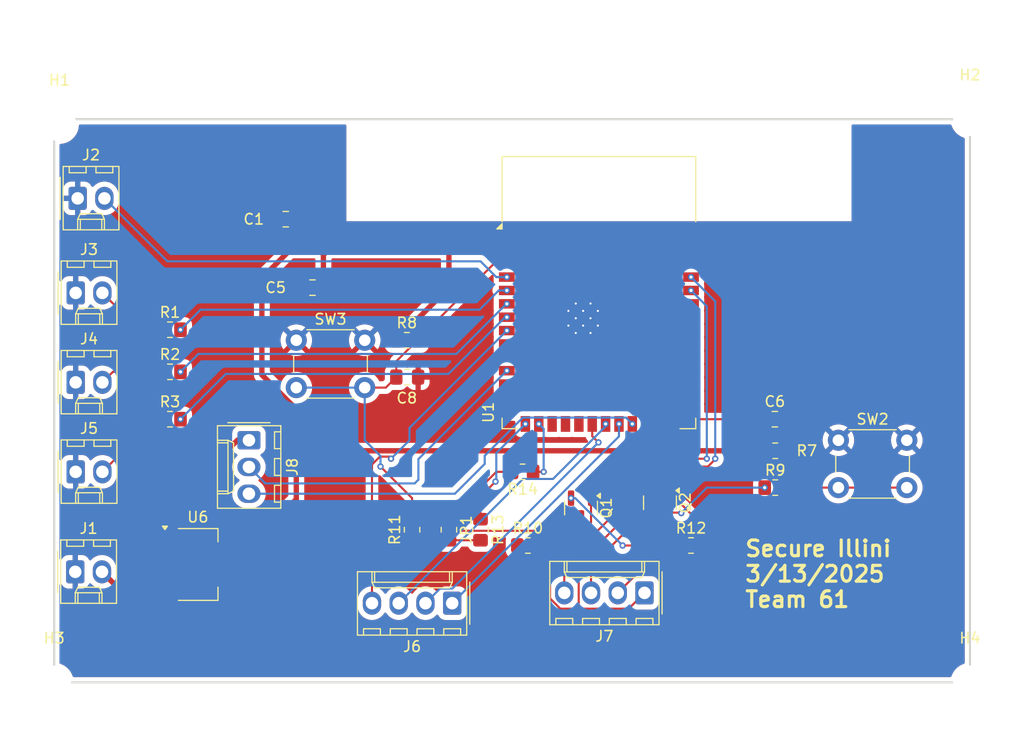
<source format=kicad_pcb>
(kicad_pcb (version 20240108) (generator "pcbnew") (generator_version "8.0")
  (layers (0 "F.Cu" signal) (31 "B.Cu" signal) (34 "B.Paste" user) (35 "F.Paste" user) (36 "B.SilkS" user "B.Silkscreen") (37 "F.SilkS" user "F.Silkscreen") (38 "B.Mask" user) (39 "F.Mask" user) (44 "Edge.Cuts" user))
  (net 0 "")
  (net 1 "+3.3V")
  (net 2 "GND")
  (net 3 "/GPIO0_STRAPPING")
  (net 4 "/5V")
  (net 5 "/CHIP_PU")
  (net 6 "Net-(J2-Pin_2)")
  (net 7 "Net-(J3-Pin_2)")
  (net 8 "Net-(J4-Pin_2)")
  (net 9 "Net-(J5-Pin_2)")
  (net 10 "Net-(J6-Pin_1)")
  (net 11 "Net-(J6-Pin_2)")
  (net 12 "Net-(J6-Pin_4)")
  (net 13 "Net-(J6-Pin_3)")
  (net 14 "/D-")
  (net 15 "/D+")
  (net 16 "Net-(JP1-C)")
  (net 17 "/RTS")
  (net 18 "Net-(Q1-C)")
  (net 19 "Net-(Q1-B)")
  (net 20 "/DTR")
  (net 21 "Net-(Q2-C)")
  (net 22 "Net-(Q2-B)")
  (net 23 "Net-(U1-IO5)")
  (net 24 "Net-(U1-IO6)")
  (net 25 "Net-(U1-IO7)")
  (net 26 "/SDA")
  (net 27 "/SCL")
  (net 28 "/GPIO3_STRAPPING")
  (net 29 "/GPIO46_STRAPPING")
  (net 35 "/RX")
  (net 37 "/TX")
  (footprint "Resistor_SMD:R_0805_2012Metric_Pad1.20x1.40mm_HandSolder" (layer "F.Cu") (at 125.5 75.5)
    (property "Reference" "R7" (at 3 0 0) (layer "F.SilkS"))
    (property "Value" "100k")
    (pad "1" smd roundrect (at -1 0) (size 1.2 1.4) (layers "F.Cu" "F.Paste" "F.Mask") (roundrect_rratio 0.208333) (net 1 "+3.3V"))
    (pad "2" smd roundrect (at 1 0) (size 1.2 1.4) (layers "F.Cu" "F.Paste" "F.Mask") (roundrect_rratio 0.208333) (net 3 "/GPIO0_STRAPPING"))
  )
  (footprint "MountingHole:MountingHole_3.2mm_M3" (layer "F.Cu") (at 57.5 44.5)
    (property "Reference" "H1" (at 0 -4.2 0) (layer "F.SilkS"))
    (property "Value" "MountingHole")
    (pad "" np_thru_hole circle (at 0 0) (size 3.2 3.2) (drill 3.2) (layers "*.Cu" "*.Mask"))
  )
  (footprint "Capacitor_SMD:C_0805_2012Metric_Pad1.18x1.45mm_HandSolder" (layer "F.Cu") (at 90.5375 68.5)
    (property "Reference" "C8" (at -0.0375 2 0) (layer "F.SilkS"))
    (property "Value" "1u")
    (pad "1" smd roundrect (at -1.0375 0) (size 1.175 1.45) (layers "F.Cu" "F.Paste" "F.Mask") (roundrect_rratio 0.212766) (net 5 "/CHIP_PU"))
    (pad "2" smd roundrect (at 1.0375 0) (size 1.175 1.45) (layers "F.Cu" "F.Paste" "F.Mask") (roundrect_rratio 0.212766) (net 2 "GND"))
  )
  (footprint "Package_TO_SOT_SMD:SOT-23" (layer "F.Cu") (at 107.05 80.9375 -90)
    (property "Reference" "Q1" (at 0 -2.4 90) (layer "F.SilkS"))
    (property "Value" "SS8050")
    (pad "1" smd roundrect (at -0.9375 -0.95 270) (size 1.475 0.6) (layers "F.Cu" "F.Paste" "F.Mask") (net 19 "Net-(Q1-B)"))
    (pad "2" smd roundrect (at -0.9375 0.95 270) (size 1.475 0.6) (layers "F.Cu" "F.Paste" "F.Mask") (net 17 "/RTS"))
    (pad "3" smd roundrect (at 0.9375 0 270) (size 1.475 0.6) (layers "F.Cu" "F.Paste" "F.Mask") (net 18 "Net-(Q1-C)"))
  )
  (footprint "Resistor_SMD:R_0805_2012Metric_Pad1.20x1.40mm_HandSolder" (layer "F.Cu") (at 94.5 83 -90)
    (property "Reference" "JP1" (at 0 -1.65 -90) (layer "F.SilkS"))
    (property "Value" "SolderJumper_3_Open")
    (pad "1" smd roundrect (at -1 0 270) (size 1.2 1.4) (layers "F.Cu" "F.Paste" "F.Mask") (roundrect_rratio 0.208333) (net 1 "+3.3V"))
    (pad "2" smd roundrect (at 1 0 270) (size 1.2 1.4) (layers "F.Cu" "F.Paste" "F.Mask") (roundrect_rratio 0.208333) (net 16 "Net-(JP1-C)"))
  )
  (footprint "Connector_Molex:Molex_KK-254_AE-6410-02A_1x02_P2.54mm_Vertical" (layer "F.Cu") (at 59.04 77.5)
    (property "Reference" "J5" (at 1.27 -4.12 0) (layer "F.SilkS"))
    (property "Value" "LED3")
    (pad "1" thru_hole roundrect (at 0 0) (size 1.74 2.19) (drill 1.19) (layers "*.Cu" "*.Mask") (roundrect_rratio 0.143678) (net 2 "GND"))
    (pad "2" thru_hole oval (at 2.54 0) (size 1.74 2.19) (drill 1.19) (layers "*.Cu" "*.Mask") (net 9 "Net-(J5-Pin_2)"))
  )
  (footprint "Package_TO_SOT_SMD:SOT-23" (layer "F.Cu") (at 114.55 80.4375 -90)
    (property "Reference" "Q2" (at 0 -2.4 90) (layer "F.SilkS"))
    (property "Value" "SS8050")
    (pad "1" smd roundrect (at -0.9375 -0.95 270) (size 1.475 0.6) (layers "F.Cu" "F.Paste" "F.Mask") (net 22 "Net-(Q2-B)"))
    (pad "2" smd roundrect (at -0.9375 0.95 270) (size 1.475 0.6) (layers "F.Cu" "F.Paste" "F.Mask") (net 20 "/DTR"))
    (pad "3" smd roundrect (at 0.9375 0 270) (size 1.475 0.6) (layers "F.Cu" "F.Paste" "F.Mask") (net 21 "Net-(Q2-C)"))
  )
  (footprint "MountingHole:MountingHole_3.2mm_M3" (layer "F.Cu") (at 144 97.5)
    (property "Reference" "H4" (at 0 -4.2 0) (layer "F.SilkS"))
    (property "Value" "MountingHole")
    (pad "" np_thru_hole circle (at 0 0) (size 3.2 3.2) (drill 3.2) (layers "*.Cu" "*.Mask"))
  )
  (footprint "Connector_Molex:Molex_KK-254_AE-6410-02A_1x02_P2.54mm_Vertical" (layer "F.Cu") (at 59 87)
    (property "Reference" "J1" (at 1.27 -4.12 0) (layer "F.SilkS"))
    (property "Value" "Battery")
    (pad "1" thru_hole roundrect (at 0 0) (size 1.74 2.19) (drill 1.19) (layers "*.Cu" "*.Mask") (roundrect_rratio 0.143678) (net 2 "GND"))
    (pad "2" thru_hole oval (at 2.54 0) (size 1.74 2.19) (drill 1.19) (layers "*.Cu" "*.Mask") (net 4 "/5V"))
  )
  (footprint "Connector_Molex:Molex_KK-254_AE-6410-02A_1x02_P2.54mm_Vertical" (layer "F.Cu") (at 59.04 60.5)
    (property "Reference" "J3" (at 1.27 -4.12 0) (layer "F.SilkS"))
    (property "Value" "LED1")
    (pad "1" thru_hole roundrect (at 0 0) (size 1.74 2.19) (drill 1.19) (layers "*.Cu" "*.Mask") (roundrect_rratio 0.143678) (net 2 "GND"))
    (pad "2" thru_hole oval (at 2.54 0) (size 1.74 2.19) (drill 1.19) (layers "*.Cu" "*.Mask") (net 7 "Net-(J3-Pin_2)"))
  )
  (footprint "Resistor_SMD:R_0805_2012Metric_Pad1.20x1.40mm_HandSolder" (layer "F.Cu") (at 101.5 77.5 180)
    (property "Reference" "R14" (at 0 -1.65 0) (layer "F.SilkS"))
    (property "Value" "DNP")
    (pad "1" smd roundrect (at -1 0 180) (size 1.2 1.4) (layers "F.Cu" "F.Paste" "F.Mask") (roundrect_rratio 0.208333) (net 29 "/GPIO46_STRAPPING"))
    (pad "2" smd roundrect (at 1 0 180) (size 1.2 1.4) (layers "F.Cu" "F.Paste" "F.Mask") (roundrect_rratio 0.208333) (net 1 "+3.3V"))
  )
  (footprint "Button_Switch_THT:SW_PUSH_6mm" (layer "F.Cu") (at 131.5 74.5)
    (property "Reference" "SW2" (at 3.25 -2 0) (layer "F.SilkS"))
    (property "Value" "SW_Push")
    (pad "1" thru_hole circle (at 0 0 90) (size 2 2) (drill 1.1) (layers "*.Cu" "*.Mask") (net 2 "GND"))
    (pad "1" thru_hole circle (at 6.5 0 90) (size 2 2) (drill 1.1) (layers "*.Cu" "*.Mask") (net 2 "GND"))
    (pad "2" thru_hole circle (at 0 4.5 90) (size 2 2) (drill 1.1) (layers "*.Cu" "*.Mask") (net 3 "/GPIO0_STRAPPING"))
    (pad "2" thru_hole circle (at 6.5 4.5 90) (size 2 2) (drill 1.1) (layers "*.Cu" "*.Mask") (net 3 "/GPIO0_STRAPPING"))
  )
  (footprint "RF_Module:ESP32-S3-WROOM-1" (layer "F.Cu") (at 108.75 60.45)
    (property "Reference" "U1" (at -10.5 11.4 90) (layer "F.SilkS"))
    (property "Value" "ESP32-S3-WROOM-1")
    (pad "1" smd rect (at -8.75 -5.26) (size 1.5 0.9) (layers "F.Cu" "F.Paste" "F.Mask") (net 2 "GND"))
    (pad "2" smd rect (at -8.75 -3.99) (size 1.5 0.9) (layers "F.Cu" "F.Paste" "F.Mask") (net 1 "+3.3V"))
    (pad "3" smd rect (at -8.75 -2.72) (size 1.5 0.9) (layers "F.Cu" "F.Paste" "F.Mask") (net 5 "/CHIP_PU"))
    (pad "4" smd rect (at -8.75 -1.45) (size 1.5 0.9) (layers "F.Cu" "F.Paste" "F.Mask") (net 6 "Net-(J2-Pin_2)"))
    (pad "5" smd rect (at -8.75 -0.18) (size 1.5 0.9) (layers "F.Cu" "F.Paste" "F.Mask") (net 23 "Net-(U1-IO5)"))
    (pad "6" smd rect (at -8.75 1.09) (size 1.5 0.9) (layers "F.Cu" "F.Paste" "F.Mask") (net 24 "Net-(U1-IO6)"))
    (pad "7" smd rect (at -8.75 2.36) (size 1.5 0.9) (layers "F.Cu" "F.Paste" "F.Mask") (net 25 "Net-(U1-IO7)"))
    (pad "8" smd rect (at -8.75 3.63) (size 1.5 0.9) (layers "F.Cu" "F.Paste" "F.Mask") (net 12 "Net-(J6-Pin_4)"))
    (pad "9" smd rect (at -8.75 4.9) (size 1.5 0.9) (layers "F.Cu" "F.Paste" "F.Mask"))
    (pad "10" smd rect (at -8.75 6.17) (size 1.5 0.9) (layers "F.Cu" "F.Paste" "F.Mask"))
    (pad "11" smd rect (at -8.75 7.44) (size 1.5 0.9) (layers "F.Cu" "F.Paste" "F.Mask") (net 27 "/SCL"))
    (pad "12" smd rect (at -8.75 8.71) (size 1.5 0.9) (layers "F.Cu" "F.Paste" "F.Mask"))
    (pad "13" smd rect (at -8.75 9.98) (size 1.5 0.9) (layers "F.Cu" "F.Paste" "F.Mask") (net 14 "/D-"))
    (pad "14" smd rect (at -8.75 11.25 180) (size 1.5 0.9) (layers "F.Cu" "F.Paste" "F.Mask") (net 15 "/D+"))
    (pad "15" smd rect (at -6.985 12.5 270) (size 1.5 0.9) (layers "F.Cu" "F.Paste" "F.Mask") (net 28 "/GPIO3_STRAPPING"))
    (pad "16" smd rect (at -5.715 12.5 270) (size 1.5 0.9) (layers "F.Cu" "F.Paste" "F.Mask") (net 29 "/GPIO46_STRAPPING"))
    (pad "17" smd rect (at -4.445 12.5 270) (size 1.5 0.9) (layers "F.Cu" "F.Paste" "F.Mask"))
    (pad "18" smd rect (at -3.175 12.5 270) (size 1.5 0.9) (layers "F.Cu" "F.Paste" "F.Mask"))
    (pad "19" smd rect (at -1.905 12.5 270) (size 1.5 0.9) (layers "F.Cu" "F.Paste" "F.Mask"))
    (pad "20" smd rect (at -0.635 12.5 270) (size 1.5 0.9) (layers "F.Cu" "F.Paste" "F.Mask") (net 11 "Net-(J6-Pin_2)"))
    (pad "21" smd rect (at 0.635 12.5 270) (size 1.5 0.9) (layers "F.Cu" "F.Paste" "F.Mask") (net 13 "Net-(J6-Pin_3)"))
    (pad "22" smd rect (at 1.905 12.5 270) (size 1.5 0.9) (layers "F.Cu" "F.Paste" "F.Mask") (net 10 "Net-(J6-Pin_1)"))
    (pad "23" smd rect (at 3.175 12.5 270) (size 1.5 0.9) (layers "F.Cu" "F.Paste" "F.Mask") (net 26 "/SDA"))
    (pad "24" smd rect (at 4.445 12.5 270) (size 1.5 0.9) (layers "F.Cu" "F.Paste" "F.Mask"))
    (pad "25" smd rect (at 5.715 12.5 270) (size 1.5 0.9) (layers "F.Cu" "F.Paste" "F.Mask"))
    (pad "26" smd rect (at 6.985 12.5 270) (size 1.5 0.9) (layers "F.Cu" "F.Paste" "F.Mask"))
    (pad "27" smd rect (at 8.75 11.25) (size 1.5 0.9) (layers "F.Cu" "F.Paste" "F.Mask") (net 3 "/GPIO0_STRAPPING"))
    (pad "28" smd rect (at 8.75 9.98) (size 1.5 0.9) (layers "F.Cu" "F.Paste" "F.Mask"))
    (pad "29" smd rect (at 8.75 8.71) (size 1.5 0.9) (layers "F.Cu" "F.Paste" "F.Mask"))
    (pad "30" smd rect (at 8.75 7.44) (size 1.5 0.9) (layers "F.Cu" "F.Paste" "F.Mask"))
    (pad "31" smd rect (at 8.75 6.17) (size 1.5 0.9) (layers "F.Cu" "F.Paste" "F.Mask"))
    (pad "32" smd rect (at 8.75 4.9) (size 1.5 0.9) (layers "F.Cu" "F.Paste" "F.Mask"))
    (pad "33" smd rect (at 8.75 3.63) (size 1.5 0.9) (layers "F.Cu" "F.Paste" "F.Mask"))
    (pad "34" smd rect (at 8.75 2.36) (size 1.5 0.9) (layers "F.Cu" "F.Paste" "F.Mask"))
    (pad "35" smd rect (at 8.75 1.09) (size 1.5 0.9) (layers "F.Cu" "F.Paste" "F.Mask"))
    (pad "36" smd rect (at 8.75 -0.18) (size 1.5 0.9) (layers "F.Cu" "F.Paste" "F.Mask") (net 35 "/RX"))
    (pad "37" smd rect (at 8.75 -1.45) (size 1.5 0.9) (layers "F.Cu" "F.Paste" "F.Mask") (net 37 "/TX"))
    (pad "38" smd rect (at 8.75 -2.72) (size 1.5 0.9) (layers "F.Cu" "F.Paste" "F.Mask"))
    (pad "39" smd rect (at 8.75 -3.99) (size 1.5 0.9) (layers "F.Cu" "F.Paste" "F.Mask"))
    (pad "40" smd rect (at 8.75 -5.26) (size 1.5 0.9) (layers "F.Cu" "F.Paste" "F.Mask") (net 2 "GND"))
    (pad "41" thru_hole circle (at -2.9 1.76 90) (size 0.6 0.6) (drill 0.2) (property pad_prop_heatsink) (layers "*.Cu" "F.Mask") (net 2 "GND"))
    (pad "41" thru_hole circle (at -2.9 3.16) (size 0.6 0.6) (drill 0.2) (property pad_prop_heatsink) (layers "*.Cu" "F.Mask") (net 2 "GND"))
    (pad "41" thru_hole circle (at -2.2 1.06) (size 0.6 0.6) (drill 0.2) (property pad_prop_heatsink) (layers "*.Cu" "F.Mask") (net 2 "GND"))
    (pad "41" thru_hole circle (at -2.2 2.46) (size 0.6 0.6) (drill 0.2) (property pad_prop_heatsink) (layers "*.Cu" "F.Mask") (net 2 "GND"))
    (pad "41" thru_hole circle (at -2.2 3.86) (size 0.6 0.6) (drill 0.2) (property pad_prop_heatsink) (layers "*.Cu" "F.Mask") (net 2 "GND"))
    (pad "41" thru_hole circle (at -1.5 1.76) (size 0.6 0.6) (drill 0.2) (property pad_prop_heatsink) (layers "*.Cu" "F.Mask") (net 2 "GND"))
    (pad "41" smd rect (at -1.5 2.46 270) (size 3.9 3.9) (property pad_prop_heatsink) (layers "F.Cu" "F.Mask") (net 2 "GND"))
    (pad "41" thru_hole circle (at -1.5 3.16) (size 0.6 0.6) (drill 0.2) (property pad_prop_heatsink) (layers "*.Cu" "F.Mask") (net 2 "GND"))
    (pad "41" thru_hole circle (at -0.8 1.06) (size 0.6 0.6) (drill 0.2) (property pad_prop_heatsink) (layers "*.Cu" "F.Mask") (net 2 "GND"))
    (pad "41" thru_hole circle (at -0.8 2.46) (size 0.6 0.6) (drill 0.2) (property pad_prop_heatsink) (layers "*.Cu" "F.Mask") (net 2 "GND"))
    (pad "41" thru_hole circle (at -0.8 3.86) (size 0.6 0.6) (drill 0.2) (property pad_prop_heatsink) (layers "*.Cu" "F.Mask") (net 2 "GND"))
    (pad "41" thru_hole circle (at -0.1 1.76) (size 0.6 0.6) (drill 0.2) (property pad_prop_heatsink) (layers "*.Cu" "F.Mask") (net 2 "GND"))
    (pad "41" thru_hole circle (at -0.1 3.16) (size 0.6 0.6) (drill 0.2) (property pad_prop_heatsink) (layers "*.Cu" "F.Mask") (net 2 "GND"))
    (zone (net 0) (net_name "") (layers "F&B.Cu") (connect_pads (clearance 0)) (min_thickness 0.254)
      (keepout (tracks not_allowed) (vias not_allowed) (pads not_allowed) (copperpour not_allowed) (footprints not_allowed))
      (fill (thermal_gap 0.508) (thermal_bridge_width 0.508))
      (polygon (pts (xy 84.75 53.7) (xy 132.75 53.7) (xy 132.75 32.7) (xy 84.75 32.7)))
    )
  )
  (footprint "Resistor_SMD:R_0805_2012Metric_Pad1.20x1.40mm_HandSolder" (layer "F.Cu") (at 68 72.5)
    (property "Reference" "R3" (at 0 -1.65 0) (layer "F.SilkS"))
    (property "Value" "330")
    (pad "1" smd roundrect (at -1 0) (size 1.2 1.4) (layers "F.Cu" "F.Paste" "F.Mask") (roundrect_rratio 0.208333) (net 9 "Net-(J5-Pin_2)"))
    (pad "2" smd roundrect (at 1 0) (size 1.2 1.4) (layers "F.Cu" "F.Paste" "F.Mask") (roundrect_rratio 0.208333) (net 25 "Net-(U1-IO7)"))
  )
  (footprint "Resistor_SMD:R_0805_2012Metric_Pad1.20x1.40mm_HandSolder" (layer "F.Cu") (at 125.5 79)
    (property "Reference" "R9" (at 0 -1.65 0) (layer "F.SilkS"))
    (property "Value" "10k")
    (pad "1" smd roundrect (at -1 0) (size 1.2 1.4) (layers "F.Cu" "F.Paste" "F.Mask") (roundrect_rratio 0.208333) (net 21 "Net-(Q2-C)"))
    (pad "2" smd roundrect (at 1 0) (size 1.2 1.4) (layers "F.Cu" "F.Paste" "F.Mask") (roundrect_rratio 0.208333) (net 3 "/GPIO0_STRAPPING"))
  )
  (footprint "Resistor_SMD:R_0805_2012Metric_Pad1.20x1.40mm_HandSolder" (layer "F.Cu") (at 102 84.5)
    (property "Reference" "R10" (at 0 -1.65 0) (layer "F.SilkS"))
    (property "Value" "10k")
    (pad "1" smd roundrect (at -1 0) (size 1.2 1.4) (layers "F.Cu" "F.Paste" "F.Mask") (roundrect_rratio 0.208333) (net 20 "/DTR"))
    (pad "2" smd roundrect (at 1 0) (size 1.2 1.4) (layers "F.Cu" "F.Paste" "F.Mask") (roundrect_rratio 0.208333) (net 19 "Net-(Q1-B)"))
  )
  (footprint "Connector_Molex:Molex_KK-254_AE-6410-04A_1x04_P2.54mm_Vertical" (layer "F.Cu") (at 113.08 89 180)
    (property "Reference" "J7" (at 3.81 -4.12 0) (layer "F.SilkS"))
    (property "Value" "Conn_01x04")
    (pad "1" thru_hole roundrect (at 0 0 180) (size 1.74 2.19) (drill 1.19) (layers "*.Cu" "*.Mask") (roundrect_rratio 0.143678) (net 20 "/DTR"))
    (pad "2" thru_hole oval (at 2.54 0 180) (size 1.74 2.19) (drill 1.19) (layers "*.Cu" "*.Mask") (net 17 "/RTS"))
    (pad "3" thru_hole oval (at 5.08 0 180) (size 1.74 2.19) (drill 1.19) (layers "*.Cu" "*.Mask") (net 37 "/TX"))
    (pad "4" thru_hole oval (at 7.62 0 180) (size 1.74 2.19) (drill 1.19) (layers "*.Cu" "*.Mask") (net 35 "/RX"))
  )
  (footprint "Resistor_SMD:R_0805_2012Metric_Pad1.20x1.40mm_HandSolder" (layer "F.Cu") (at 91 83 90)
    (property "Reference" "R11" (at 0 -1.65 90) (layer "F.SilkS"))
    (property "Value" "10k")
    (pad "1" smd roundrect (at -1 0 90) (size 1.2 1.4) (layers "F.Cu" "F.Paste" "F.Mask") (roundrect_rratio 0.208333) (net 18 "Net-(Q1-C)"))
    (pad "2" smd roundrect (at 1 0 90) (size 1.2 1.4) (layers "F.Cu" "F.Paste" "F.Mask") (roundrect_rratio 0.208333) (net 5 "/CHIP_PU"))
  )
  (footprint "Connector_Molex:Molex_KK-254_AE-6410-02A_1x02_P2.54mm_Vertical" (layer "F.Cu") (at 59.04 69)
    (property "Reference" "J4" (at 1.27 -4.12 0) (layer "F.SilkS"))
    (property "Value" "LED2")
    (pad "1" thru_hole roundrect (at 0 0) (size 1.74 2.19) (drill 1.19) (layers "*.Cu" "*.Mask") (roundrect_rratio 0.143678) (net 2 "GND"))
    (pad "2" thru_hole oval (at 2.54 0) (size 1.74 2.19) (drill 1.19) (layers "*.Cu" "*.Mask") (net 8 "Net-(J4-Pin_2)"))
  )
  (footprint "MountingHole:MountingHole_3.2mm_M3" (layer "F.Cu") (at 57 97.5)
    (property "Reference" "H3" (at 0 -4.2 0) (layer "F.SilkS"))
    (property "Value" "MountingHole")
    (pad "" np_thru_hole circle (at 0 0) (size 3.2 3.2) (drill 3.2) (layers "*.Cu" "*.Mask"))
  )
  (footprint "Connector_Molex:Molex_KK-254_AE-6410-02A_1x02_P2.54mm_Vertical" (layer "F.Cu") (at 59.23 51.52)
    (property "Reference" "J2" (at 1.27 -4.12 0) (layer "F.SilkS"))
    (property "Value" "Siren")
    (pad "1" thru_hole roundrect (at 0 0) (size 1.74 2.19) (drill 1.19) (layers "*.Cu" "*.Mask") (roundrect_rratio 0.143678) (net 2 "GND"))
    (pad "2" thru_hole oval (at 2.54 0) (size 1.74 2.19) (drill 1.19) (layers "*.Cu" "*.Mask") (net 6 "Net-(J2-Pin_2)"))
  )
  (footprint "Resistor_SMD:R_0805_2012Metric_Pad1.20x1.40mm_HandSolder" (layer "F.Cu") (at 117.5 84.5)
    (property "Reference" "R12" (at 0 -1.65 0) (layer "F.SilkS"))
    (property "Value" "10k")
    (pad "1" smd roundrect (at -1 0) (size 1.2 1.4) (layers "F.Cu" "F.Paste" "F.Mask") (roundrect_rratio 0.208333) (net 17 "/RTS"))
    (pad "2" smd roundrect (at 1 0) (size 1.2 1.4) (layers "F.Cu" "F.Paste" "F.Mask") (roundrect_rratio 0.208333) (net 22 "Net-(Q2-B)"))
  )
  (footprint "Resistor_SMD:R_0805_2012Metric_Pad1.20x1.40mm_HandSolder" (layer "F.Cu") (at 90.5 65)
    (property "Reference" "R8" (at 0 -1.65 0) (layer "F.SilkS"))
    (property "Value" "100k")
    (pad "1" smd roundrect (at -1 0) (size 1.2 1.4) (layers "F.Cu" "F.Paste" "F.Mask") (roundrect_rratio 0.208333) (net 1 "+3.3V"))
    (pad "2" smd roundrect (at 1 0) (size 1.2 1.4) (layers "F.Cu" "F.Paste" "F.Mask") (roundrect_rratio 0.208333) (net 5 "/CHIP_PU"))
  )
  (footprint "Connector_Molex:Molex_KK-254_AE-6410-03A_1x03_P2.54mm_Vertical" (layer "F.Cu") (at 75.5 74.5 -90)
    (property "Reference" "J8" (at 2.54 -4.12 90) (layer "F.SilkS"))
    (property "Value" "MPU")
    (pad "1" thru_hole roundrect (at 0 0 270) (size 1.74 2.19) (drill 1.19) (layers "*.Cu" "*.Mask") (roundrect_rratio 0.143678) (net 4 "/5V"))
    (pad "2" thru_hole oval (at 2.54 0 270) (size 1.74 2.19) (drill 1.19) (layers "*.Cu" "*.Mask") (net 27 "/SCL"))
    (pad "3" thru_hole oval (at 5.08 0 270) (size 1.74 2.19) (drill 1.19) (layers "*.Cu" "*.Mask") (net 26 "/SDA"))
  )
  (footprint "Capacitor_SMD:C_0805_2012Metric_Pad1.18x1.45mm_HandSolder" (layer "F.Cu") (at 79 53.5)
    (property "Reference" "C1" (at -3.0375 0 0) (layer "F.SilkS"))
    (property "Value" "10uF")
    (pad "1" smd roundrect (at -1.0375 0) (size 1.175 1.45) (layers "F.Cu" "F.Paste" "F.Mask") (roundrect_rratio 0.212766) (net 2 "GND"))
    (pad "2" smd roundrect (at 1.0375 0) (size 1.175 1.45) (layers "F.Cu" "F.Paste" "F.Mask") (roundrect_rratio 0.212766) (net 1 "+3.3V"))
  )
  (footprint "Package_TO_SOT_SMD:SOT-223-3_TabPin2" (layer "F.Cu") (at 70.65 86.3)
    (property "Reference" "U6" (at 0 -4.5 0) (layer "F.SilkS"))
    (property "Value" "LM1117MP-3.3")
    (pad "1" smd roundrect (at -3.15 -2.3) (size 2 1.5) (layers "F.Cu" "F.Paste" "F.Mask") (net 2 "GND"))
    (pad "2" smd roundrect (at -3.15 0) (size 2 1.5) (layers "F.Cu" "F.Paste" "F.Mask") (net 1 "+3.3V"))
    (pad "2" smd roundrect (at 3.15 0) (size 2 3.8) (layers "F.Cu" "F.Paste" "F.Mask") (net 1 "+3.3V"))
    (pad "3" smd roundrect (at -3.15 2.3) (size 2 1.5) (layers "F.Cu" "F.Paste" "F.Mask") (net 4 "/5V"))
  )
  (footprint "Resistor_SMD:R_0805_2012Metric_Pad1.20x1.40mm_HandSolder" (layer "F.Cu") (at 68 68)
    (property "Reference" "R2" (at 0 -1.65 0) (layer "F.SilkS"))
    (property "Value" "330")
    (pad "1" smd roundrect (at -1 0) (size 1.2 1.4) (layers "F.Cu" "F.Paste" "F.Mask") (roundrect_rratio 0.208333) (net 8 "Net-(J4-Pin_2)"))
    (pad "2" smd roundrect (at 1 0) (size 1.2 1.4) (layers "F.Cu" "F.Paste" "F.Mask") (roundrect_rratio 0.208333) (net 24 "Net-(U1-IO6)"))
  )
  (footprint "Resistor_SMD:R_0805_2012Metric_Pad1.20x1.40mm_HandSolder" (layer "F.Cu") (at 68 64)
    (property "Reference" "R1" (at 0 -1.65 0) (layer "F.SilkS"))
    (property "Value" "330")
    (pad "1" smd roundrect (at -1 0) (size 1.2 1.4) (layers "F.Cu" "F.Paste" "F.Mask") (roundrect_rratio 0.208333) (net 7 "Net-(J3-Pin_2)"))
    (pad "2" smd roundrect (at 1 0) (size 1.2 1.4) (layers "F.Cu" "F.Paste" "F.Mask") (roundrect_rratio 0.208333) (net 23 "Net-(U1-IO5)"))
  )
  (footprint "Connector_Molex:Molex_KK-254_AE-6410-04A_1x04_P2.54mm_Vertical" (layer "F.Cu") (at 94.81 89.98 180)
    (property "Reference" "J6" (at 3.81 -4.12 0) (layer "F.SilkS"))
    (property "Value" "GateDriver")
    (pad "1" thru_hole roundrect (at 0 0 180) (size 1.74 2.19) (drill 1.19) (layers "*.Cu" "*.Mask") (roundrect_rratio 0.143678) (net 10 "Net-(J6-Pin_1)"))
    (pad "2" thru_hole oval (at 2.54 0 180) (size 1.74 2.19) (drill 1.19) (layers "*.Cu" "*.Mask") (net 11 "Net-(J6-Pin_2)"))
    (pad "3" thru_hole oval (at 5.08 0 180) (size 1.74 2.19) (drill 1.19) (layers "*.Cu" "*.Mask") (net 13 "Net-(J6-Pin_3)"))
    (pad "4" thru_hole oval (at 7.62 0 180) (size 1.74 2.19) (drill 1.19) (layers "*.Cu" "*.Mask") (net 12 "Net-(J6-Pin_4)"))
  )
  (footprint "Resistor_SMD:R_0805_2012Metric_Pad1.20x1.40mm_HandSolder" (layer "F.Cu") (at 97.5 83 -90)
    (property "Reference" "R13" (at 0 -1.65 90) (layer "F.SilkS"))
    (property "Value" "10k")
    (pad "1" smd roundrect (at -1 0 270) (size 1.2 1.4) (layers "F.Cu" "F.Paste" "F.Mask") (roundrect_rratio 0.208333) (net 28 "/GPIO3_STRAPPING"))
    (pad "2" smd roundrect (at 1 0 270) (size 1.2 1.4) (layers "F.Cu" "F.Paste" "F.Mask") (roundrect_rratio 0.208333) (net 16 "Net-(JP1-C)"))
  )
  (footprint "Capacitor_SMD:C_0805_2012Metric_Pad1.18x1.45mm_HandSolder" (layer "F.Cu") (at 81.5375 60)
    (property "Reference" "C5" (at -3.5 0 0) (layer "F.SilkS"))
    (property "Value" "100n")
    (pad "1" smd roundrect (at -1.0375 0) (size 1.175 1.45) (layers "F.Cu" "F.Paste" "F.Mask") (roundrect_rratio 0.212766) (net 2 "GND"))
    (pad "2" smd roundrect (at 1.0375 0) (size 1.175 1.45) (layers "F.Cu" "F.Paste" "F.Mask") (roundrect_rratio 0.212766) (net 1 "+3.3V"))
  )
  (footprint "Button_Switch_THT:SW_PUSH_6mm" (layer "F.Cu") (at 80 65)
    (property "Reference" "SW3" (at 3.25 -2 0) (layer "F.SilkS"))
    (property "Value" "SW_Push")
    (pad "1" thru_hole circle (at 0 0 90) (size 2 2) (drill 1.1) (layers "*.Cu" "*.Mask") (net 2 "GND"))
    (pad "1" thru_hole circle (at 6.5 0 90) (size 2 2) (drill 1.1) (layers "*.Cu" "*.Mask") (net 2 "GND"))
    (pad "2" thru_hole circle (at 0 4.5 90) (size 2 2) (drill 1.1) (layers "*.Cu" "*.Mask") (net 5 "/CHIP_PU"))
    (pad "2" thru_hole circle (at 6.5 4.5 90) (size 2 2) (drill 1.1) (layers "*.Cu" "*.Mask") (net 5 "/CHIP_PU"))
  )
  (footprint "Capacitor_SMD:C_0805_2012Metric_Pad1.18x1.45mm_HandSolder" (layer "F.Cu") (at 125.4625 72.5)
    (property "Reference" "C6" (at 0 -1.68 0) (layer "F.SilkS"))
    (property "Value" "1u")
    (pad "1" smd roundrect (at -1.0375 0) (size 1.175 1.45) (layers "F.Cu" "F.Paste" "F.Mask") (roundrect_rratio 0.212766) (net 3 "/GPIO0_STRAPPING"))
    (pad "2" smd roundrect (at 1.0375 0) (size 1.175 1.45) (layers "F.Cu" "F.Paste" "F.Mask") (roundrect_rratio 0.212766) (net 2 "GND"))
  )
  (footprint "MountingHole:MountingHole_3.2mm_M3" (layer "F.Cu") (at 144 44)
    (property "Reference" "H2" (at 0 -4.2 0) (layer "F.SilkS"))
    (property "Value" "MountingHole")
    (pad "" np_thru_hole circle (at 0 0) (size 3.2 3.2) (drill 3.2) (layers "*.Cu" "*.Mask"))
  )
  (gr_rect (start 57 44) (end 144 97.5) (stroke (width 0.2)) (fill none) (layer "Edge.Cuts"))
  (gr_text "Secure Illini\n3/13/2025\nTeam 61" (at 122.5 90.5 0) (layer "F.SilkS") (effects (font (size 1.5 1.5) (thickness 0.3) (bold yes)) (justify left bottom)))
  (segment (start 79.372 56.46) (end 80.5 56.46) (width 0.508) (layer "F.Cu") (net 1))
  (segment (start 80.5 56.46) (end 83 56.46) (width 0.508) (layer "F.Cu") (net 1))
  (segment (start 94.5 56.46) (end 96.5 56.46) (width 0.508) (layer "F.Cu") (net 1))
  (segment (start 67.5 86.3) (end 73.8 86.3) (width 0.508) (layer "F.Cu") (net 1))
  (segment (start 83 56.46) (end 93.035 56.46) (width 0.508) (layer "F.Cu") (net 1))
  (segment (start 81 75.5) (end 102.5 75.5) (width 0.508) (layer "F.Cu") (net 1))
  (segment (start 93.035 56.46) (end 94.5 56.46) (width 0.508) (layer "F.Cu") (net 1))
  (segment (start 96.5 56.46) (end 100 56.46) (width 0.508) (layer "F.Cu") (net 1))
  (segment (start 80 80.1) (end 80 76.5) (width 0.508) (layer "F.Cu") (net 1))
  (segment (start 100.5 77.5) (end 100.5 76.5) (width 0.2) (layer "F.Cu") (net 1))
  (segment (start 99 77.5) (end 94.5 82) (width 0.2) (layer "F.Cu") (net 1))
  (segment (start 76.73 68.286267) (end 76.73 60.36) (width 0.508) (layer "F.Cu") (net 1))
  (segment (start 80 71.556267) (end 76.73 68.286267) (width 0.508) (layer "F.Cu") (net 1))
  (segment (start 76.73 59.102) (end 79.372 56.46) (width 0.508) (layer "F.Cu") (net 1))
  (segment (start 82.575 56.885) (end 82.575 60) (width 0.508) (layer "F.Cu") (net 1))
  (segment (start 94.5 60) (end 93 61.5) (width 0.508) (layer "F.Cu") (net 1))
  (segment (start 80 76.5) (end 80 75.5) (width 0.508) (layer "F.Cu") (net 1))
  (segment (start 100.5 77.5) (end 99 77.5) (width 0.2) (layer "F.Cu") (net 1))
  (segment (start 102.5 75.5) (end 122 75.5) (width 0.508) (layer "F.Cu") (net 1))
  (segment (start 101.5 75.5) (end 102.5 75.5) (width 0.508) (layer "F.Cu") (net 1))
  (segment (start 93 61.5) (end 89.5 65) (width 0.508) (layer "F.Cu") (net 1))
  (segment (start 83 56.46) (end 82.575 56.885) (width 0.508) (layer "F.Cu") (net 1))
  (segment (start 100.5 76.5) (end 101.5 75.5) (width 0.2) (layer "F.Cu") (net 1))
  (segment (start 80 76.5) (end 81 75.5) (width 0.508) (layer "F.Cu") (net 1))
  (segment (start 80 75.5) (end 80 71.556267) (width 0.508) (layer "F.Cu") (net 1))
  (segment (start 80.0375 55.9975) (end 80.0375 53.5) (width 0.508) (layer "F.Cu") (net 1))
  (segment (start 73.8 86.3) (end 80 80.1) (width 0.508) (layer "F.Cu") (net 1))
  (segment (start 80.5 56.46) (end 80.0375 55.9975) (width 0.508) (layer "F.Cu") (net 1))
  (segment (start 94.5 56.46) (end 94.5 60) (width 0.508) (layer "F.Cu") (net 1))
  (segment (start 76.73 60.36) (end 76.73 59.102) (width 0.508) (layer "F.Cu") (net 1))
  (segment (start 122 75.5) (end 124.5 75.5) (width 0.508) (layer "F.Cu") (net 1))
  (segment (start 124.425 73.425) (end 126.5 75.5) (width 0.2) (layer "F.Cu") (net 3))
  (segment (start 126.5 75.5) (end 126.5 79) (width 0.2) (layer "F.Cu") (net 3))
  (segment (start 131.5 79) (end 138 79) (width 0.2) (layer "F.Cu") (net 3))
  (segment (start 126.5 79) (end 131.5 79) (width 0.2) (layer "F.Cu") (net 3))
  (segment (start 124.425 72.5) (end 124.425 73.425) (width 0.2) (layer "F.Cu") (net 3))
  (segment (start 118.3 72.5) (end 117.5 71.7) (width 0.2) (layer "F.Cu") (net 3))
  (segment (start 124.425 72.5) (end 118.3 72.5) (width 0.2) (layer "F.Cu") (net 3))
  (segment (start 64.5 88.6) (end 64.5 84.405) (width 0.508) (layer "F.Cu") (net 4))
  (segment (start 64.5 84.405) (end 74.405 74.5) (width 0.508) (layer "F.Cu") (net 4))
  (segment (start 63.14 88.6) (end 61.54 87) (width 0.508) (layer "F.Cu") (net 4))
  (segment (start 74.405 74.5) (end 75.5 74.5) (width 0.508) (layer "F.Cu") (net 4))
  (segment (start 67.5 88.6) (end 64.5 88.6) (width 0.508) (layer "F.Cu") (net 4))
  (segment (start 64.5 88.6) (end 63.14 88.6) (width 0.508) (layer "F.Cu") (net 4))
  (segment (start 88.5 69.5) (end 89.5 68.5) (width 0.2) (layer "F.Cu") (net 5))
  (segment (start 91 82) (end 91 80) (width 0.2) (layer "F.Cu") (net 5))
  (segment (start 91.5 65) (end 98.77 57.73) (width 0.2) (layer "F.Cu") (net 5))
  (segment (start 91 80) (end 88 77) (width 0.2) (layer "F.Cu") (net 5))
  (segment (start 89.5 68.5) (end 89.5 67) (width 0.2) (layer "F.Cu") (net 5))
  (segment (start 89.5 67) (end 91.5 65) (width 0.2) (layer "F.Cu") (net 5))
  (segment (start 98.77 57.73) (end 100 57.73) (width 0.2) (layer "F.Cu") (net 5))
  (segment (start 86.5 69.5) (end 88.5 69.5) (width 0.2) (layer "F.Cu") (net 5))
  (via (at 88 77) (size 0.6) (drill 0.3) (layers "F.Cu" "B.Cu") (net 5))
  (segment (start 88 76) (end 86.5 74.5) (width 0.2) (layer "B.Cu") (net 5))
  (segment (start 86.5 74.5) (end 86.5 69.5) (width 0.2) (layer "B.Cu") (net 5))
  (segment (start 88 77) (end 88 76) (width 0.2) (layer "B.Cu") (net 5))
  (segment (start 86.5 69.5) (end 80 69.5) (width 0.2) (layer "B.Cu") (net 5))
  (via (at 100 59) (size 0.6) (drill 0.3) (layers "F.Cu" "B.Cu") (net 6))
  (segment (start 97.5 57.5) (end 67.75 57.5) (width 0.2) (layer "B.Cu") (net 6))
  (segment (start 97.5 57.5) (end 99 59) (width 0.2) (layer "B.Cu") (net 6))
  (segment (start 99 59) (end 100 59) (width 0.2) (layer "B.Cu") (net 6))
  (segment (start 67.75 57.5) (end 61.77 51.52) (width 0.2) (layer "B.Cu") (net 6))
  (segment (start 65.08 64) (end 61.58 60.5) (width 0.2) (layer "F.Cu") (net 7))
  (segment (start 67 64) (end 65.08 64) (width 0.2) (layer "F.Cu") (net 7))
  (segment (start 62.58 68) (end 61.58 69) (width 0.2) (layer "F.Cu") (net 8))
  (segment (start 67 68) (end 62.58 68) (width 0.2) (layer "F.Cu") (net 8))
  (segment (start 66.58 72.5) (end 61.58 77.5) (width 0.2) (layer "F.Cu") (net 9))
  (segment (start 67 72.5) (end 66.58 72.5) (width 0.2) (layer "F.Cu") (net 9))
  (via (at 110.655 72.95) (size 0.6) (drill 0.3) (layers "F.Cu" "B.Cu") (net 10))
  (segment (start 110.655 74.135) (end 110.655 72.95) (width 0.2) (layer "B.Cu") (net 10))
  (segment (start 94.81 89.98) (end 110.655 74.135) (width 0.2) (layer "B.Cu") (net 10))
  (segment (start 108.115 74.115) (end 108.115 72.95) (width 0.2) (layer "F.Cu") (net 11))
  (segment (start 108.706766 74.706766) (end 108.115 74.115) (width 0.2) (layer "F.Cu") (net 11))
  (via (at 108.706766 74.706766) (size 0.6) (drill 0.3) (layers "F.Cu" "B.Cu") (net 11))
  (segment (start 93.665 88.585) (end 94.828532 88.585) (width 0.2) (layer "B.Cu") (net 11))
  (segment (start 92.27 89.98) (end 93.665 88.585) (width 0.2) (layer "B.Cu") (net 11))
  (segment (start 94.828532 88.585) (end 108.706766 74.706766) (width 0.2) (layer "B.Cu") (net 11))
  (segment (start 87.19 76.81) (end 87.946 76.054) (width 0.2) (layer "F.Cu") (net 12))
  (segment (start 87.946 76.054) (end 88.8 76.054) (width 0.2) (layer "F.Cu") (net 12))
  (segment (start 88.8 76.054) (end 89 76.254) (width 0.2) (layer "F.Cu") (net 12))
  (segment (start 87.19 89.98) (end 87.19 76.81) (width 0.2) (layer "F.Cu") (net 12))
  (via (at 100 64.08) (size 0.6) (drill 0.3) (layers "F.Cu" "B.Cu") (net 12))
  (via (at 89 76.254) (size 0.6) (drill 0.3) (layers "F.Cu" "B.Cu") (net 12))
  (segment (start 90.754 73.326) (end 100 64.08) (width 0.2) (layer "B.Cu") (net 12))
  (segment (start 89 76.254) (end 90.754 74.5) (width 0.2) (layer "B.Cu") (net 12))
  (segment (start 90.754 74.5) (end 90.754 73.326) (width 0.2) (layer "B.Cu") (net 12))
  (via (at 109.385 72.95) (size 0.6) (drill 0.3) (layers "F.Cu" "B.Cu") (net 13))
  (segment (start 89.73 89.98) (end 101.534264 78.175736) (width 0.2) (layer "B.Cu") (net 13))
  (segment (start 109.385 73.180002) (end 109.385 72.95) (width 0.2) (layer "B.Cu") (net 13))
  (segment (start 104.389266 78.175736) (end 109.385 73.180002) (width 0.2) (layer "B.Cu") (net 13))
  (segment (start 101.534264 78.175736) (end 104.389266 78.175736) (width 0.2) (layer "B.Cu") (net 13))
  (segment (start 94.5 84) (end 97.5 84) (width 0.2) (layer "F.Cu") (net 16))
  (segment (start 110.54 89) (end 115.04 84.5) (width 0.2) (layer "F.Cu") (net 17))
  (segment (start 115.04 84.5) (end 111 84.5) (width 0.2) (layer "F.Cu") (net 17))
  (segment (start 115.04 84.5) (end 116.5 84.5) (width 0.2) (layer "F.Cu") (net 17))
  (via (at 106.1 80) (size 0.6) (drill 0.3) (layers "F.Cu" "B.Cu") (net 17))
  (via (at 111 84.5) (size 0.6) (drill 0.3) (layers "F.Cu" "B.Cu") (net 17))
  (segment (start 111 84.5) (end 106.5 80) (width 0.2) (layer "B.Cu") (net 17))
  (segment (start 106.5 80) (end 106.1 80) (width 0.2) (layer "B.Cu") (net 17))
  (segment (start 91.9 83.1) (end 105.825 83.1) (width 0.2) (layer "F.Cu") (net 18))
  (segment (start 91 84) (end 91.9 83.1) (width 0.2) (layer "F.Cu") (net 18))
  (segment (start 105.825 83.1) (end 107.05 81.875) (width 0.2) (layer "F.Cu") (net 18))
  (segment (start 103 84.5) (end 105.803052 84.5) (width 0.2) (layer "F.Cu") (net 19))
  (segment (start 105.803052 84.5) (end 108 82.303052) (width 0.2) (layer "F.Cu") (net 19))
  (segment (start 108 82.303052) (end 108 80) (width 0.2) (layer "F.Cu") (net 19))
  (segment (start 105.08037 90.5) (end 106.5 90.5) (width 0.2) (layer "F.Cu") (net 20))
  (segment (start 104.105 89.52463) (end 105.08037 90.5) (width 0.2) (layer "F.Cu") (net 20))
  (segment (start 113.6 79.5) (end 106.83 86.27) (width 0.2) (layer "F.Cu") (net 20))
  (segment (start 106.83 90.17) (end 106.5 90.5) (width 0.2) (layer "F.Cu") (net 20))
  (segment (start 104.105 87.605) (end 104.105 89.52463) (width 0.2) (layer "F.Cu") (net 20))
  (segment (start 111.58 90.5) (end 113.08 89) (width 0.2) (layer "F.Cu") (net 20))
  (segment (start 106.83 86.27) (end 106.83 90.17) (width 0.2) (layer "F.Cu") (net 20))
  (segment (start 106.5 90.5) (end 111.58 90.5) (width 0.2) (layer "F.Cu") (net 20))
  (segment (start 101 84.5) (end 104.105 87.605) (width 0.2) (layer "F.Cu") (net 20))
  (segment (start 114.55 81.375) (end 116.52647 81.375) (width 0.2) (layer "F.Cu") (net 21))
  (segment (start 116.52647 81.375) (end 116.575735 81.424265) (width 0.2) (layer "F.Cu") (net 21))
  (via (at 124.5 79) (size 0.6) (drill 0.3) (layers "F.Cu" "B.Cu") (net 21))
  (via (at 116.575735 81.424265) (size 0.6) (drill 0.3) (layers "F.Cu" "B.Cu") (net 21))
  (segment (start 119 79) (end 124.5 79) (width 0.2) (layer "B.Cu") (net 21))
  (segment (start 116.575735 81.424265) (end 119 79) (width 0.2) (layer "B.Cu") (net 21))
  (segment (start 118.5 84.5) (end 118.5 82.5) (width 0.2) (layer "F.Cu") (net 22))
  (segment (start 118.5 82.5) (end 115.5 79.5) (width 0.2) (layer "F.Cu") (net 22))
  (segment (start 100 60.27) (end 99.23 60.27) (width 0.2) (layer "F.Cu") (net 23))
  (via (at 100 60.27) (size 0.6) (drill 0.3) (layers "F.Cu" "B.Cu") (net 23))
  (via (at 69 64) (size 0.6) (drill 0.3) (layers "F.Cu" "B.Cu") (net 23))
  (segment (start 70.9 62.1) (end 97.4 62.1) (width 0.2) (layer "B.Cu") (net 23))
  (segment (start 97.4 62.1) (end 99.23 60.27) (width 0.2) (layer "B.Cu") (net 23))
  (segment (start 69 64) (end 70.9 62.1) (width 0.2) (layer "B.Cu") (net 23))
  (segment (start 99.23 60.27) (end 100 60.27) (width 0.2) (layer "B.Cu") (net 23))
  (via (at 69 68) (size 0.6) (drill 0.3) (layers "F.Cu" "B.Cu") (net 24))
  (via (at 100 61.54) (size 0.6) (drill 0.3) (layers "F.Cu" "B.Cu") (net 24))
  (segment (start 70.7 66.3) (end 95.2 66.3) (width 0.2) (layer "B.Cu") (net 24))
  (segment (start 69 68) (end 70.7 66.3) (width 0.2) (layer "B.Cu") (net 24))
  (segment (start 95.2 66.3) (end 99.96 61.54) (width 0.2) (layer "B.Cu") (net 24))
  (segment (start 99.96 61.54) (end 100 61.54) (width 0.2) (layer "B.Cu") (net 24))
  (via (at 100 62.81) (size 0.6) (drill 0.3) (layers "F.Cu" "B.Cu") (net 25))
  (via (at 69 72.5) (size 0.6) (drill 0.3) (layers "F.Cu" "B.Cu") (net 25))
  (segment (start 69 72.5) (end 73.3 68.2) (width 0.2) (layer "B.Cu") (net 25))
  (segment (start 94.451472 68.2) (end 99.841472 62.81) (width 0.2) (layer "B.Cu") (net 25))
  (segment (start 99.841472 62.81) (end 100 62.81) (width 0.2) (layer "B.Cu") (net 25))
  (segment (start 73.3 68.2) (end 94.451472 68.2) (width 0.2) (layer "B.Cu") (net 25))
  (via (at 111.925 72.95) (size 0.6) (drill 0.3) (layers "F.Cu" "B.Cu") (net 26))
  (segment (start 97.9 76.748529) (end 97.9 75.966471) (width 0.2) (layer "B.Cu") (net 26))
  (segment (start 111.325 72.35) (end 111.925 72.95) (width 0.2) (layer "B.Cu") (net 26))
  (segment (start 75.5 79.58) (end 95.068529 79.58) (width 0.2) (layer "B.Cu") (net 26))
  (segment (start 95.068529 79.58) (end 97.9 76.748529) (width 0.2) (layer "B.Cu") (net 26))
  (segment (start 97.9 75.966471) (end 101.516471 72.35) (width 0.2) (layer "B.Cu") (net 26))
  (segment (start 101.516471 72.35) (end 111.325 72.35) (width 0.2) (layer "B.Cu") (net 26))
  (via (at 100 67.89) (size 0.6) (drill 0.3) (layers "F.Cu" "B.Cu") (net 27))
  (segment (start 75.5 77.04) (end 77.06 78.6) (width 0.2) (layer "B.Cu") (net 27))
  (segment (start 91.6 78.248529) (end 91.6 76.29) (width 0.2) (layer "B.Cu") (net 27))
  (segment (start 91.248529 78.6) (end 91.6 78.248529) (width 0.2) (layer "B.Cu") (net 27))
  (segment (start 91.6 76.29) (end 100 67.89) (width 0.2) (layer "B.Cu") (net 27))
  (segment (start 77.06 78.6) (end 91.248529 78.6) (width 0.2) (layer "B.Cu") (net 27))
  (segment (start 97.5 82) (end 97.5 79.84853) (width 0.2) (layer "F.Cu") (net 28))
  (segment (start 97.5 79.84853) (end 98.924265 78.424265) (width 0.2) (layer "F.Cu") (net 28))
  (via (at 98.924265 78.424265) (size 0.6) (drill 0.3) (layers "F.Cu" "B.Cu") (net 28))
  (via (at 101.765 72.95) (size 0.6) (drill 0.3) (layers "F.Cu" "B.Cu") (net 28))
  (segment (start 98.924265 78.424265) (end 99 78.34853) (width 0.2) (layer "B.Cu") (net 28))
  (segment (start 99 75.715) (end 101.765 72.95) (width 0.2) (layer "B.Cu") (net 28))
  (segment (start 99 78.34853) (end 99 75.715) (width 0.2) (layer "B.Cu") (net 28))
  (segment (start 102.5 77.5) (end 103.5 77.5) (width 0.2) (layer "F.Cu") (net 29))
  (via (at 103.5 77.5) (size 0.6) (drill 0.3) (layers "F.Cu" "B.Cu") (net 29))
  (via (at 103.035 72.95) (size 0.6) (drill 0.3) (layers "F.Cu" "B.Cu") (net 29))
  (segment (start 103.5 77.5) (end 103.5 73.415) (width 0.2) (layer "B.Cu") (net 29))
  (segment (start 103.5 73.415) (end 103.035 72.95) (width 0.2) (layer "B.Cu") (net 29))
  (segment (start 105.46 86.261948) (end 115.467948 76.254) (width 0.2) (layer "F.Cu") (net 35))
  (segment (start 115.467948 76.254) (end 119 76.254) (width 0.2) (layer "F.Cu") (net 35))
  (segment (start 105.46 89) (end 105.46 86.261948) (width 0.2) (layer "F.Cu") (net 35))
  (via (at 119 76.254) (size 0.6) (drill 0.3) (layers "F.Cu" "B.Cu") (net 35))
  (via (at 117.5 60.27) (size 0.6) (drill 0.3) (layers "F.Cu" "B.Cu") (net 35))
  (segment (start 119 61.77) (end 117.5 60.27) (width 0.2) (layer "B.Cu") (net 35))
  (segment (start 119 76.254) (end 119 61.77) (width 0.2) (layer "B.Cu") (net 35))
  (segment (start 116.621948 77) (end 119.102529 77) (width 0.2) (layer "F.Cu") (net 37))
  (segment (start 119.800003 76.302526) (end 119.800003 76.254) (width 0.2) (layer "F.Cu") (net 37))
  (segment (start 114.5 79.121948) (end 116.621948 77) (width 0.2) (layer "F.Cu") (net 37))
  (segment (start 119.102529 77) (end 119.800003 76.302526) (width 0.2) (layer "F.Cu") (net 37))
  (segment (start 108 86.478052) (end 114.5 79.978052) (width 0.2) (layer "F.Cu") (net 37))
  (segment (start 108 89) (end 108 86.478052) (width 0.2) (layer "F.Cu") (net 37))
  (segment (start 114.5 79.978052) (end 114.5 79.121948) (width 0.2) (layer "F.Cu") (net 37))
  (via (at 119.800003 76.254) (size 0.6) (drill 0.3) (layers "F.Cu" "B.Cu") (net 37))
  (via (at 117.5 59) (size 0.6) (drill 0.3) (layers "F.Cu" "B.Cu") (net 37))
  (segment (start 119.800003 61.300003) (end 117.5 59) (width 0.2) (layer "B.Cu") (net 37))
  (segment (start 119.800003 76.254) (end 119.800003 61.300003) (width 0.2) (layer "B.Cu") (net 37))
  (zone (net 2) (net_name "GND") (layers "F&B.Cu") (connect_pads (clearance 0.5)) (min_thickness 0.25) (fill yes (thermal_gap 0.5) (thermal_bridge_width 0.5))
    (polygon (pts (xy 57.5 44.5) (xy 144 44) (xy 144 97.5) (xy 57 97.5)))
  )
)
</source>
